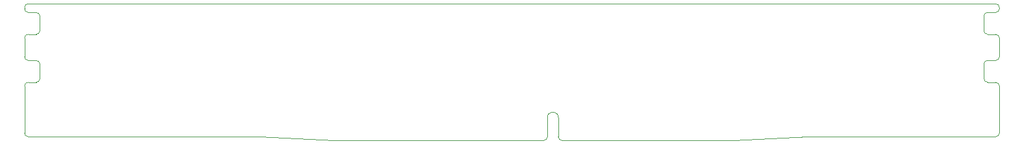
<source format=gbr>
G04 #@! TF.GenerationSoftware,KiCad,Pcbnew,(5.1.6)-1*
G04 #@! TF.CreationDate,2020-09-19T18:08:12+01:00*
G04 #@! TF.ProjectId,ramlight,72616d6c-6967-4687-942e-6b696361645f,rev?*
G04 #@! TF.SameCoordinates,Original*
G04 #@! TF.FileFunction,Profile,NP*
%FSLAX46Y46*%
G04 Gerber Fmt 4.6, Leading zero omitted, Abs format (unit mm)*
G04 Created by KiCad (PCBNEW (5.1.6)-1) date 2020-09-19 18:08:12*
%MOMM*%
%LPD*%
G01*
G04 APERTURE LIST*
G04 #@! TA.AperFunction,Profile*
%ADD10C,0.050000*%
G04 #@! TD*
G04 APERTURE END LIST*
D10*
X90500000Y-110700000D02*
X122200000Y-110700000D01*
X90000000Y-110200000D02*
X90000000Y-103700000D01*
X90500000Y-110700000D02*
G75*
G02*
X90000000Y-110200000I0J500000D01*
G01*
X222800000Y-110700000D02*
X197100000Y-110700000D01*
X223300000Y-110200000D02*
X223300000Y-103700000D01*
X223300000Y-110200000D02*
G75*
G02*
X222800000Y-110700000I-500000J0D01*
G01*
X163500000Y-111200000D02*
X186900000Y-111200000D01*
X132400000Y-111200000D02*
X161000000Y-111200000D01*
X197100000Y-110700000D02*
X186900000Y-111200000D01*
X132400000Y-111200000D02*
X122200000Y-110700000D01*
X90000000Y-92900000D02*
X90000000Y-93100000D01*
X222800000Y-92400000D02*
X90500000Y-92400000D01*
X223300000Y-92900000D02*
X223300000Y-93100000D01*
X222800000Y-92400000D02*
G75*
G02*
X223300000Y-92900000I0J-500000D01*
G01*
X90000000Y-92900000D02*
G75*
G02*
X90500000Y-92400000I500000J0D01*
G01*
X91600000Y-93600000D02*
X90500000Y-93600000D01*
X92100000Y-96100000D02*
X92100000Y-94100000D01*
X90500000Y-96600000D02*
X91600000Y-96600000D01*
X90000000Y-99700000D02*
X90000000Y-97100000D01*
X91600000Y-103200000D02*
X90500000Y-103200000D01*
X92100000Y-100700000D02*
X92100000Y-102700000D01*
X90500000Y-100200000D02*
X91600000Y-100200000D01*
X90000000Y-103700000D02*
G75*
G02*
X90500000Y-103200000I500000J0D01*
G01*
X92100000Y-102700000D02*
G75*
G02*
X91600000Y-103200000I-500000J0D01*
G01*
X91600000Y-100200000D02*
G75*
G02*
X92100000Y-100700000I0J-500000D01*
G01*
X90500000Y-100200000D02*
G75*
G02*
X90000000Y-99700000I0J500000D01*
G01*
X90000000Y-97100000D02*
G75*
G02*
X90500000Y-96600000I500000J0D01*
G01*
X92100000Y-96100000D02*
G75*
G02*
X91600000Y-96600000I-500000J0D01*
G01*
X91600000Y-93600000D02*
G75*
G02*
X92100000Y-94100000I0J-500000D01*
G01*
X90500000Y-93600000D02*
G75*
G02*
X90000000Y-93100000I0J500000D01*
G01*
X163000000Y-108050000D02*
X163000000Y-110700000D01*
X161500000Y-110700000D02*
X161500000Y-108050000D01*
X163500000Y-111200000D02*
G75*
G02*
X163000000Y-110700000I0J500000D01*
G01*
X161500000Y-110700000D02*
G75*
G02*
X161000000Y-111200000I-500000J0D01*
G01*
X161500000Y-108050000D02*
G75*
G02*
X163000000Y-108050000I750000J0D01*
G01*
X221700000Y-103200000D02*
X222800000Y-103200000D01*
X222800000Y-103200000D02*
G75*
G02*
X223300000Y-103700000I0J-500000D01*
G01*
X221700000Y-100200000D02*
X222800000Y-100200000D01*
X223300000Y-97100000D02*
X223300000Y-99700000D01*
X223300000Y-99700000D02*
G75*
G02*
X222800000Y-100200000I-500000J0D01*
G01*
X221700000Y-96600000D02*
X222800000Y-96600000D01*
X222800000Y-93600000D02*
X221700000Y-93600000D01*
X222800000Y-96600000D02*
G75*
G02*
X223300000Y-97100000I0J-500000D01*
G01*
X223300000Y-93100000D02*
G75*
G02*
X222800000Y-93600000I-500000J0D01*
G01*
X221200000Y-94100000D02*
X221200000Y-96100000D01*
X221200000Y-100700000D02*
X221200000Y-102700000D01*
X221700000Y-103200000D02*
G75*
G02*
X221200000Y-102700000I0J500000D01*
G01*
X221200000Y-100700000D02*
G75*
G02*
X221700000Y-100200000I500000J0D01*
G01*
X221700000Y-96600000D02*
G75*
G02*
X221200000Y-96100000I0J500000D01*
G01*
X221200000Y-94100000D02*
G75*
G02*
X221700000Y-93600000I500000J0D01*
G01*
M02*

</source>
